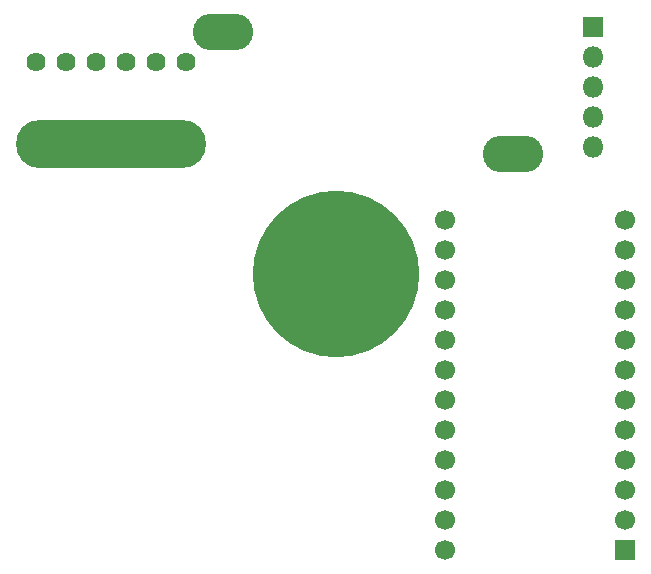
<source format=gbr>
%TF.GenerationSoftware,KiCad,Pcbnew,(5.1.6)-1*%
%TF.CreationDate,2021-01-28T10:50:38-06:00*%
%TF.ProjectId,BigSwitch,42696753-7769-4746-9368-2e6b69636164,rev?*%
%TF.SameCoordinates,Original*%
%TF.FileFunction,Soldermask,Bot*%
%TF.FilePolarity,Negative*%
%FSLAX46Y46*%
G04 Gerber Fmt 4.6, Leading zero omitted, Abs format (unit mm)*
G04 Created by KiCad (PCBNEW (5.1.6)-1) date 2021-01-28 10:50:38*
%MOMM*%
%LPD*%
G01*
G04 APERTURE LIST*
%ADD10O,16.100000X4.100000*%
%ADD11C,1.624000*%
%ADD12O,5.100000X3.100000*%
%ADD13C,14.100000*%
%ADD14C,1.700000*%
%ADD15R,1.700000X1.700000*%
%ADD16O,1.800000X1.800000*%
%ADD17R,1.800000X1.800000*%
G04 APERTURE END LIST*
D10*
%TO.C,J1*%
X125250000Y-92700000D03*
D11*
X126520000Y-85700000D03*
X123980000Y-85700000D03*
X129060000Y-85700000D03*
X131600000Y-85700000D03*
X121440000Y-85700000D03*
X118900000Y-85700000D03*
%TD*%
D12*
%TO.C,MX1*%
X134800000Y-83200000D03*
X159300000Y-93500000D03*
D13*
X144300000Y-103700000D03*
%TD*%
D14*
%TO.C,U1*%
X153580000Y-127070000D03*
X153580000Y-124530000D03*
X153580000Y-121990000D03*
X153580000Y-119450000D03*
X153580000Y-116910000D03*
X153580000Y-114370000D03*
X153580000Y-111830000D03*
X153580000Y-109290000D03*
X153580000Y-106750000D03*
X153580000Y-104210000D03*
X153580000Y-101670000D03*
X153580000Y-99130000D03*
X168820000Y-99130000D03*
X168820000Y-101670000D03*
X168820000Y-104210000D03*
X168820000Y-106750000D03*
X168820000Y-109290000D03*
X168820000Y-111830000D03*
X168820000Y-114370000D03*
X168820000Y-116910000D03*
X168820000Y-119450000D03*
X168820000Y-121990000D03*
X168820000Y-124530000D03*
D15*
X168820000Y-127070000D03*
%TD*%
D16*
%TO.C,J2*%
X166100000Y-92960000D03*
X166100000Y-90420000D03*
X166100000Y-87880000D03*
X166100000Y-85340000D03*
D17*
X166100000Y-82800000D03*
%TD*%
M02*

</source>
